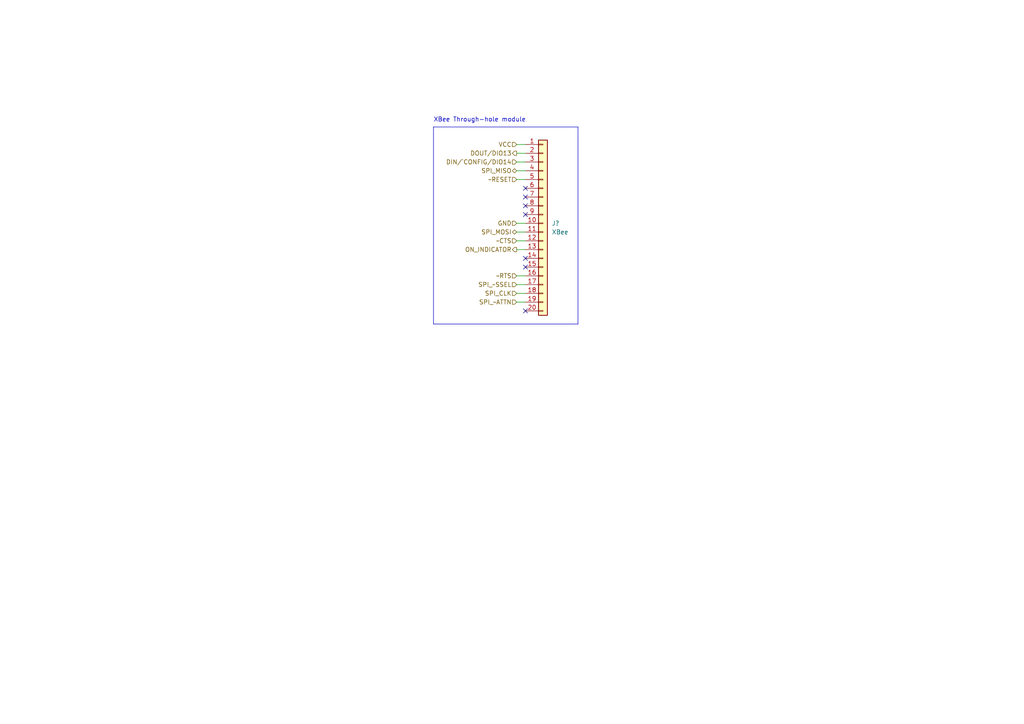
<source format=kicad_sch>
(kicad_sch (version 20230121) (generator eeschema)
  (paper "A4")
  (title_block (title "On-Car Telemetry") (date "2023-04-04") (rev "1.0.0") (company "SUFST - Southampton University Formula Student Team") (comment 1 "STAG 9") (comment 2 "Esteban Norena, Tim Brewis") (comment 3 "Tim Brewis"))
  (lib_symbols
    (symbol "Connector_Generic:Conn_01x20" (pin_names (offset 1.016) hide)
      (property "Reference" "J" (at 0 25.4 0))
      (property "Value" "Conn_01x20" (at 0 -27.94 0))
      (symbol "Conn_01x20_1_1"
        (rectangle (start -1.27 -25.273) (end 0 -25.527) (stroke (width 0.1524)))
        (rectangle (start -1.27 -22.733) (end 0 -22.987) (stroke (width 0.1524)))
        (rectangle (start -1.27 -20.193) (end 0 -20.447) (stroke (width 0.1524)))
        (rectangle (start -1.27 -17.653) (end 0 -17.907) (stroke (width 0.1524)))
        (rectangle (start -1.27 -15.113) (end 0 -15.367) (stroke (width 0.1524)))
        (rectangle (start -1.27 -12.573) (end 0 -12.827) (stroke (width 0.1524)))
        (rectangle (start -1.27 -10.033) (end 0 -10.287) (stroke (width 0.1524)))
        (rectangle (start -1.27 -7.493) (end 0 -7.747) (stroke (width 0.1524)))
        (rectangle (start -1.27 -4.953) (end 0 -5.207) (stroke (width 0.1524)))
        (rectangle (start -1.27 -2.413) (end 0 -2.667) (stroke (width 0.1524)))
        (rectangle (start -1.27 0.127) (end 0 -0.127) (stroke (width 0.1524)))
        (rectangle (start -1.27 2.667) (end 0 2.413) (stroke (width 0.1524)))
        (rectangle (start -1.27 5.207) (end 0 4.953) (stroke (width 0.1524)))
        (rectangle (start -1.27 7.747) (end 0 7.493) (stroke (width 0.1524)))
        (rectangle (start -1.27 10.287) (end 0 10.033) (stroke (width 0.1524)))
        (rectangle (start -1.27 12.827) (end 0 12.573) (stroke (width 0.1524)))
        (rectangle (start -1.27 15.367) (end 0 15.113) (stroke (width 0.1524)))
        (rectangle (start -1.27 17.907) (end 0 17.653) (stroke (width 0.1524)))
        (rectangle (start -1.27 20.447) (end 0 20.193) (stroke (width 0.1524)))
        (rectangle (start -1.27 22.987) (end 0 22.733) (stroke (width 0.1524)))
        (rectangle (start -1.27 24.13) (end 1.27 -26.67) (stroke (width 0.254)) (fill (type background)))
        (pin passive line (at -5.08 22.86 0) (length 3.81) (name "Pin_1") (number "1"))
        (pin passive line (at -5.08 0 0) (length 3.81) (name "Pin_10") (number "10"))
        (pin passive line (at -5.08 -2.54 0) (length 3.81) (name "Pin_11") (number "11"))
        (pin passive line (at -5.08 -5.08 0) (length 3.81) (name "Pin_12") (number "12"))
        (pin passive line (at -5.08 -7.62 0) (length 3.81) (name "Pin_13") (number "13"))
        (pin passive line (at -5.08 -10.16 0) (length 3.81) (name "Pin_14") (number "14"))
        (pin passive line (at -5.08 -12.7 0) (length 3.81) (name "Pin_15") (number "15"))
        (pin passive line (at -5.08 -15.24 0) (length 3.81) (name "Pin_16") (number "16"))
        (pin passive line (at -5.08 -17.78 0) (length 3.81) (name "Pin_17") (number "17"))
        (pin passive line (at -5.08 -20.32 0) (length 3.81) (name "Pin_18") (number "18"))
        (pin passive line (at -5.08 -22.86 0) (length 3.81) (name "Pin_19") (number "19"))
        (pin passive line (at -5.08 20.32 0) (length 3.81) (name "Pin_2") (number "2"))
        (pin passive line (at -5.08 -25.4 0) (length 3.81) (name "Pin_20") (number "20"))
        (pin passive line (at -5.08 17.78 0) (length 3.81) (name "Pin_3") (number "3"))
        (pin passive line (at -5.08 15.24 0) (length 3.81) (name "Pin_4") (number "4"))
        (pin passive line (at -5.08 12.7 0) (length 3.81) (name "Pin_5") (number "5"))
        (pin passive line (at -5.08 10.16 0) (length 3.81) (name "Pin_6") (number "6"))
        (pin passive line (at -5.08 7.62 0) (length 3.81) (name "Pin_7") (number "7"))
        (pin passive line (at -5.08 5.08 0) (length 3.81) (name "Pin_8") (number "8"))
        (pin passive line (at -5.08 2.54 0) (length 3.81) (name "Pin_9") (number "9"))
      )
    )
  )
  (no_connect (at 152.4 62.23))
  (no_connect (at 152.4 74.93))
  (no_connect (at 152.4 77.47))
  (no_connect (at 152.4 90.17))
  (no_connect (at 152.4 54.61))
  (no_connect (at 152.4 57.15))
  (no_connect (at 152.4 59.69))
  (polyline (pts (xy 167.64 93.98) (xy 125.73 93.98)))
  (wire (pts (xy 149.86 82.55) (xy 152.4 82.55)))
  (wire (pts (xy 149.86 87.63) (xy 152.4 87.63)))
  (wire (pts (xy 149.86 85.09) (xy 152.4 85.09)))
  (wire (pts (xy 149.86 46.99) (xy 152.4 46.99)))
  (wire (pts (xy 149.86 67.31) (xy 152.4 67.31)))
  (wire (pts (xy 149.86 49.53) (xy 152.4 49.53)))
  (wire (pts (xy 149.86 64.77) (xy 152.4 64.77)))
  (wire (pts (xy 149.86 41.91) (xy 152.4 41.91)))
  (wire (pts (xy 149.86 52.07) (xy 152.4 52.07)))
  (polyline (pts (xy 167.64 36.83) (xy 167.64 93.98)))
  (polyline (pts (xy 125.73 36.83) (xy 167.64 36.83)))
  (wire (pts (xy 149.86 72.39) (xy 152.4 72.39)))
  (polyline (pts (xy 125.73 36.83) (xy 125.73 93.98)))
  (wire (pts (xy 149.86 69.85) (xy 152.4 69.85)))
  (wire (pts (xy 149.86 80.01) (xy 152.4 80.01)))
  (wire (pts (xy 149.86 44.45) (xy 152.4 44.45)))
  (text "XBee Through-hole module" (at 125.73 35.56 0) (effects (font (size 1.27 1.27)) (justify left bottom)))
  (hierarchical_label "SPI_MOSI" (shape bidirectional) (at 149.86 67.31 180))
  (hierarchical_label "~CTS" (shape input) (at 149.86 69.85 180))
  (hierarchical_label "DIN{slash}`CONFIG{slash}DIO14" (shape input) (at 149.86 46.99 180))
  (hierarchical_label "VCC" (shape input) (at 149.86 41.91 180))
  (hierarchical_label "~RTS" (shape input) (at 149.86 80.01 180))
  (hierarchical_label "DOUT{slash}DIO13" (shape output) (at 149.86 44.45 180))
  (hierarchical_label "SPI_CLK" (shape input) (at 149.86 85.09 180))
  (hierarchical_label "SPI_~SSEL" (shape input) (at 149.86 82.55 180))
  (hierarchical_label "GND" (shape input) (at 149.86 64.77 180))
  (hierarchical_label "~RESET" (shape input) (at 149.86 52.07 180))
  (hierarchical_label "ON_INDICATOR" (shape output) (at 149.86 72.39 180))
  (hierarchical_label "SPI_MISO" (shape bidirectional) (at 149.86 49.53 180))
  (hierarchical_label "SPI_~ATTN" (shape input) (at 149.86 87.63 180))
  (symbol (lib_id "Connector_Generic:Conn_01x20") (at 157.48 64.77 0) (unit 1)
    (property "Reference" "J?" (at 160.02 64.7699 0) (effects (justify left)))
    (property "Value" "XBee" (at 160.02 67.3099 0) (effects (justify left)))
    (property "Footprint" "Formula:XBEE" (effects hide))
    (instances (project "telemetry" (path "" (reference "J?") (unit 1))) (project "vcu" (path "" (reference "J8") (unit 1))))
  )
)
</source>
